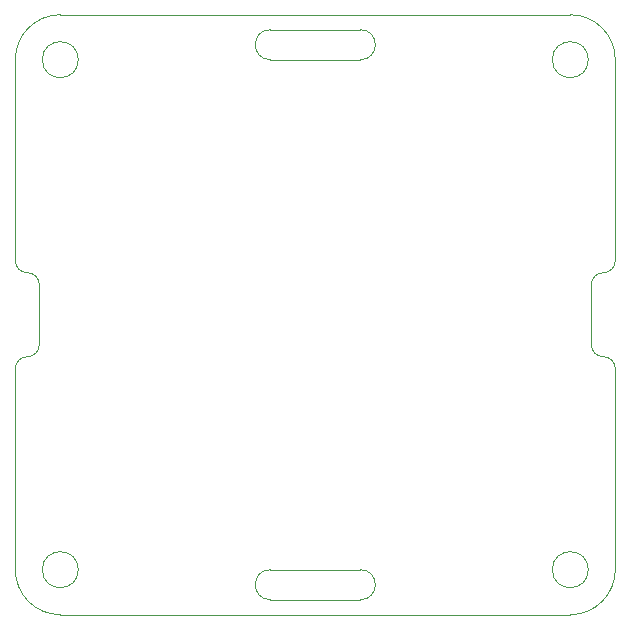
<source format=gbr>
%TF.GenerationSoftware,KiCad,Pcbnew,8.0.6-8.0.6-0~ubuntu24.04.1*%
%TF.CreationDate,2024-12-02T23:57:07-05:00*%
%TF.ProjectId,hack_badge,6861636b-5f62-4616-9467-652e6b696361,v1*%
%TF.SameCoordinates,Original*%
%TF.FileFunction,Profile,NP*%
%FSLAX46Y46*%
G04 Gerber Fmt 4.6, Leading zero omitted, Abs format (unit mm)*
G04 Created by KiCad (PCBNEW 8.0.6-8.0.6-0~ubuntu24.04.1) date 2024-12-02 23:57:07*
%MOMM*%
%LPD*%
G01*
G04 APERTURE LIST*
%TA.AperFunction,Profile*%
%ADD10C,0.050000*%
%TD*%
G04 APERTURE END LIST*
D10*
X99314000Y-54610000D02*
G75*
G02*
X96266000Y-54610000I-1524000J0D01*
G01*
X96266000Y-54610000D02*
G75*
G02*
X99314000Y-54610000I1524000J0D01*
G01*
X97790000Y-50800000D02*
G75*
G02*
X101600000Y-54610000I0J-3810000D01*
G01*
X80010000Y-52070000D02*
G75*
G02*
X80010000Y-54610000I0J-1270000D01*
G01*
X72390000Y-100330000D02*
G75*
G02*
X72390000Y-97790000I0J1270000D01*
G01*
X54610000Y-50800000D02*
X97790000Y-50800000D01*
X50800000Y-80772000D02*
G75*
G02*
X51816000Y-79756000I1016000J0D01*
G01*
X99568000Y-76200000D02*
X99568000Y-73660000D01*
X99568000Y-76200000D02*
X99568000Y-78740000D01*
X56134000Y-97790000D02*
G75*
G02*
X53086000Y-97790000I-1524000J0D01*
G01*
X53086000Y-97790000D02*
G75*
G02*
X56134000Y-97790000I1524000J0D01*
G01*
X51816000Y-72644000D02*
G75*
G02*
X50800000Y-71628000I0J1016000D01*
G01*
X100584000Y-79756000D02*
G75*
G02*
X101600000Y-80772000I0J-1016000D01*
G01*
X100584000Y-79756000D02*
G75*
G02*
X99568000Y-78740000I0J1016000D01*
G01*
X50800000Y-54610000D02*
X50800000Y-71628000D01*
X52832000Y-78740000D02*
G75*
G02*
X51816000Y-79756000I-1016000J0D01*
G01*
X72390000Y-52070000D02*
X80010000Y-52070000D01*
X52832000Y-76200000D02*
X52832000Y-78740000D01*
X101600000Y-97790000D02*
G75*
G02*
X97790000Y-101600000I-3810000J0D01*
G01*
X50800000Y-80772000D02*
X50800000Y-97790000D01*
X99568000Y-73660000D02*
G75*
G02*
X100584000Y-72644000I1016000J0D01*
G01*
X80010000Y-54610000D02*
X72390000Y-54610000D01*
X101600000Y-71628000D02*
G75*
G02*
X100584000Y-72644000I-1016000J0D01*
G01*
X101600000Y-97790000D02*
X101600000Y-80772000D01*
X80010000Y-97790000D02*
G75*
G02*
X80010000Y-100330000I0J-1270000D01*
G01*
X50800000Y-54610000D02*
G75*
G02*
X54610000Y-50800000I3810000J0D01*
G01*
X80010000Y-97790000D02*
X72390000Y-97790000D01*
X99314000Y-97790000D02*
G75*
G02*
X96266000Y-97790000I-1524000J0D01*
G01*
X96266000Y-97790000D02*
G75*
G02*
X99314000Y-97790000I1524000J0D01*
G01*
X72390000Y-54610000D02*
G75*
G02*
X72390000Y-52070000I0J1270000D01*
G01*
X97790000Y-101600000D02*
X54610000Y-101600000D01*
X51816000Y-72644000D02*
G75*
G02*
X52832000Y-73660000I0J-1016000D01*
G01*
X54610000Y-101600000D02*
G75*
G02*
X50800000Y-97790000I0J3810000D01*
G01*
X101600000Y-71628000D02*
X101600000Y-54610000D01*
X56134000Y-54610000D02*
G75*
G02*
X53086000Y-54610000I-1524000J0D01*
G01*
X53086000Y-54610000D02*
G75*
G02*
X56134000Y-54610000I1524000J0D01*
G01*
X52832000Y-76200000D02*
X52832000Y-73660000D01*
X72390000Y-100330000D02*
X80010000Y-100330000D01*
M02*

</source>
